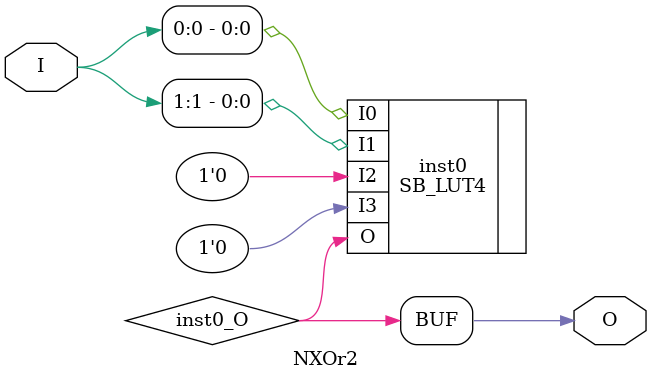
<source format=v>
module NXOr2 (input [1:0] I, output  O);
wire  inst0_O;
SB_LUT4 #(.LUT_INIT(16'h9999)) inst0 (.I0(I[0]), .I1(I[1]), .I2(1'b0), .I3(1'b0), .O(inst0_O));
assign O = inst0_O;
endmodule


</source>
